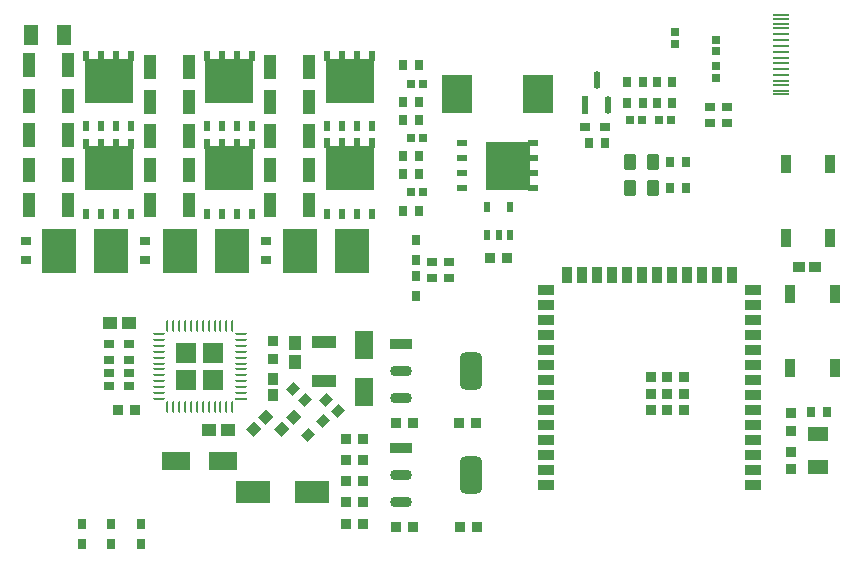
<source format=gtp>
G04*
G04 #@! TF.GenerationSoftware,Altium Limited,Altium Designer,24.0.1 (36)*
G04*
G04 Layer_Color=8421504*
%FSLAX44Y44*%
%MOMM*%
G71*
G04*
G04 #@! TF.SameCoordinates,124752F4-CBEC-4B7B-B6B5-C58268B34DF0*
G04*
G04*
G04 #@! TF.FilePolarity,Positive*
G04*
G01*
G75*
%ADD19R,1.6602X1.6602*%
%ADD20R,0.8000X0.9000*%
%ADD21R,0.9054X0.7554*%
%ADD22R,1.0581X0.9121*%
%ADD23R,1.1000X2.0500*%
%ADD24R,0.6654X0.6725*%
G04:AMPARAMS|DCode=25|XSize=1.3401mm|YSize=0.9401mm|CornerRadius=0.0451mm|HoleSize=0mm|Usage=FLASHONLY|Rotation=90.000|XOffset=0mm|YOffset=0mm|HoleType=Round|Shape=RoundedRectangle|*
%AMROUNDEDRECTD25*
21,1,1.3401,0.8500,0,0,90.0*
21,1,1.2500,0.9401,0,0,90.0*
1,1,0.0901,0.4250,0.6250*
1,1,0.0901,0.4250,-0.6250*
1,1,0.0901,-0.4250,-0.6250*
1,1,0.0901,-0.4250,0.6250*
%
%ADD25ROUNDEDRECTD25*%
%ADD26R,0.7554X0.9054*%
%ADD27R,0.9355X1.6355*%
%ADD28R,1.2602X1.7382*%
%ADD29R,0.9581X0.9121*%
%ADD30R,0.9000X0.8000*%
%ADD31R,0.9544X0.7544*%
G04:AMPARAMS|DCode=32|XSize=1.8596mm|YSize=3.1721mm|CornerRadius=0.437mm|HoleSize=0mm|Usage=FLASHONLY|Rotation=0.000|XOffset=0mm|YOffset=0mm|HoleType=Round|Shape=RoundedRectangle|*
%AMROUNDEDRECTD32*
21,1,1.8596,2.2981,0,0,0.0*
21,1,0.9856,3.1721,0,0,0.0*
1,1,0.8740,0.4928,-1.1490*
1,1,0.8740,-0.4928,-1.1490*
1,1,0.8740,-0.4928,1.1490*
1,1,0.8740,0.4928,1.1490*
%
%ADD32ROUNDEDRECTD32*%
G04:AMPARAMS|DCode=33|XSize=1.8596mm|YSize=0.8721mm|CornerRadius=0.4361mm|HoleSize=0mm|Usage=FLASHONLY|Rotation=0.000|XOffset=0mm|YOffset=0mm|HoleType=Round|Shape=RoundedRectangle|*
%AMROUNDEDRECTD33*
21,1,1.8596,0.0000,0,0,0.0*
21,1,0.9875,0.8721,0,0,0.0*
1,1,0.8721,0.4938,0.0000*
1,1,0.8721,-0.4938,0.0000*
1,1,0.8721,-0.4938,0.0000*
1,1,0.8721,0.4938,0.0000*
%
%ADD33ROUNDEDRECTD33*%
%ADD34R,1.8596X0.8721*%
%ADD35R,2.9208X3.8208*%
%ADD36R,1.4732X0.2932*%
G04:AMPARAMS|DCode=37|XSize=0.2393mm|YSize=1.0096mm|CornerRadius=0.1196mm|HoleSize=0mm|Usage=FLASHONLY|Rotation=180.000|XOffset=0mm|YOffset=0mm|HoleType=Round|Shape=RoundedRectangle|*
%AMROUNDEDRECTD37*
21,1,0.2393,0.7704,0,0,180.0*
21,1,0.0000,1.0096,0,0,180.0*
1,1,0.2393,0.0000,0.3852*
1,1,0.2393,0.0000,0.3852*
1,1,0.2393,0.0000,-0.3852*
1,1,0.2393,0.0000,-0.3852*
%
%ADD37ROUNDEDRECTD37*%
G04:AMPARAMS|DCode=38|XSize=1.0096mm|YSize=0.2393mm|CornerRadius=0.1196mm|HoleSize=0mm|Usage=FLASHONLY|Rotation=180.000|XOffset=0mm|YOffset=0mm|HoleType=Round|Shape=RoundedRectangle|*
%AMROUNDEDRECTD38*
21,1,1.0096,0.0000,0,0,180.0*
21,1,0.7704,0.2393,0,0,180.0*
1,1,0.2393,-0.3852,0.0000*
1,1,0.2393,0.3852,0.0000*
1,1,0.2393,0.3852,0.0000*
1,1,0.2393,-0.3852,0.0000*
%
%ADD38ROUNDEDRECTD38*%
%ADD39R,1.0096X0.2393*%
G04:AMPARAMS|DCode=40|XSize=0.9581mm|YSize=0.9121mm|CornerRadius=0mm|HoleSize=0mm|Usage=FLASHONLY|Rotation=45.000|XOffset=0mm|YOffset=0mm|HoleType=Round|Shape=Rectangle|*
%AMROTATEDRECTD40*
4,1,4,-0.0163,-0.6612,-0.6612,-0.0163,0.0163,0.6612,0.6612,0.0163,-0.0163,-0.6612,0.0*
%
%ADD40ROTATEDRECTD40*%

%ADD41R,0.6725X0.6654*%
%ADD42R,1.1581X1.0121*%
%ADD43R,0.9121X0.9581*%
%ADD44R,1.0121X1.1581*%
%ADD45R,2.0500X1.1000*%
%ADD46R,0.9121X1.0581*%
%ADD47R,4.0385X3.7885*%
%ADD48R,0.4659X0.9659*%
%ADD49R,1.5963X2.3963*%
%ADD50R,2.8770X1.8770*%
%ADD51R,2.5000X3.3000*%
G04:AMPARAMS|DCode=52|XSize=0.9mm|YSize=0.8mm|CornerRadius=0mm|HoleSize=0mm|Usage=FLASHONLY|Rotation=225.000|XOffset=0mm|YOffset=0mm|HoleType=Round|Shape=Rectangle|*
%AMROTATEDRECTD52*
4,1,4,0.0354,0.6010,0.6010,0.0354,-0.0354,-0.6010,-0.6010,-0.0354,0.0354,0.6010,0.0*
%
%ADD52ROTATEDRECTD52*%

%ADD53R,2.3963X1.5963*%
%ADD54R,0.6113X0.8613*%
%ADD55R,3.7885X4.0385*%
%ADD56R,0.9659X0.4659*%
G04:AMPARAMS|DCode=57|XSize=0.9054mm|YSize=0.7554mm|CornerRadius=0mm|HoleSize=0mm|Usage=FLASHONLY|Rotation=45.000|XOffset=0mm|YOffset=0mm|HoleType=Round|Shape=Rectangle|*
%AMROTATEDRECTD57*
4,1,4,-0.0530,-0.5872,-0.5872,-0.0530,0.0530,0.5872,0.5872,0.0530,-0.0530,-0.5872,0.0*
%
%ADD57ROTATEDRECTD57*%

%ADD58R,0.8538X0.8538*%
%ADD59R,1.4424X0.8424*%
%ADD60R,0.8424X1.4424*%
%ADD61R,1.7582X1.3055*%
G04:AMPARAMS|DCode=62|XSize=1.5052mm|YSize=0.5721mm|CornerRadius=0.2861mm|HoleSize=0mm|Usage=FLASHONLY|Rotation=90.000|XOffset=0mm|YOffset=0mm|HoleType=Round|Shape=RoundedRectangle|*
%AMROUNDEDRECTD62*
21,1,1.5052,0.0000,0,0,90.0*
21,1,0.9331,0.5721,0,0,90.0*
1,1,0.5721,0.0000,0.4666*
1,1,0.5721,0.0000,-0.4666*
1,1,0.5721,0.0000,-0.4666*
1,1,0.5721,0.0000,0.4666*
%
%ADD62ROUNDEDRECTD62*%
%ADD63R,0.5721X1.5052*%
D19*
X-201517Y-356484D02*
D03*
X-178483Y-356482D02*
D03*
X-201517Y-379517D02*
D03*
X-178483Y-379518D02*
D03*
D20*
X-7000Y-260500D02*
D03*
Y-277500D02*
D03*
Y-291500D02*
D03*
Y-308500D02*
D03*
X210000Y-127500D02*
D03*
Y-144500D02*
D03*
X197000Y-127500D02*
D03*
Y-144500D02*
D03*
X185000Y-127500D02*
D03*
Y-144500D02*
D03*
X172000Y-127500D02*
D03*
Y-144500D02*
D03*
X-290000Y-501500D02*
D03*
Y-518500D02*
D03*
X-265000Y-501500D02*
D03*
Y-518500D02*
D03*
X-240000Y-501500D02*
D03*
Y-518500D02*
D03*
D21*
X7000Y-292750D02*
D03*
Y-279250D02*
D03*
X21000Y-292750D02*
D03*
Y-279250D02*
D03*
X256000Y-161500D02*
D03*
Y-148000D02*
D03*
X241750Y-161500D02*
D03*
Y-148000D02*
D03*
D22*
X330770Y-284000D02*
D03*
X317230D02*
D03*
D23*
X-130500Y-114000D02*
D03*
X-97500D02*
D03*
X-232500D02*
D03*
X-199500D02*
D03*
X-334500Y-113000D02*
D03*
X-301500D02*
D03*
X-130500Y-201890D02*
D03*
X-97500D02*
D03*
X-130500Y-230890D02*
D03*
X-97500D02*
D03*
X-130500Y-172890D02*
D03*
X-97500D02*
D03*
X-130500Y-143890D02*
D03*
X-97500D02*
D03*
X-232500Y-173000D02*
D03*
X-199500Y-173000D02*
D03*
X-232500Y-144000D02*
D03*
X-199500D02*
D03*
X-232500Y-231000D02*
D03*
X-199500Y-231000D02*
D03*
X-232500Y-202000D02*
D03*
X-199500Y-202000D02*
D03*
X-334500Y-172000D02*
D03*
X-301500Y-172000D02*
D03*
X-334500Y-143000D02*
D03*
X-301500Y-143000D02*
D03*
X-334500Y-231000D02*
D03*
X-301500D02*
D03*
X-334500Y-202000D02*
D03*
X-301500D02*
D03*
D24*
X198964Y-159000D02*
D03*
X209036D02*
D03*
X173964D02*
D03*
X184036D02*
D03*
X-964Y-128500D02*
D03*
X-11036D02*
D03*
Y-220500D02*
D03*
X-964D02*
D03*
X-11036Y-174500D02*
D03*
X-964D02*
D03*
D25*
X174500Y-195000D02*
D03*
X193500D02*
D03*
X174500Y-217000D02*
D03*
X193500D02*
D03*
D26*
X208250Y-195000D02*
D03*
X221750D02*
D03*
X208250Y-217000D02*
D03*
X221750D02*
D03*
X341250Y-406500D02*
D03*
X327750D02*
D03*
X-17750Y-205000D02*
D03*
X-4250D02*
D03*
Y-236000D02*
D03*
X-17750D02*
D03*
X-17750Y-159000D02*
D03*
X-4250D02*
D03*
Y-190000D02*
D03*
X-17750D02*
D03*
X139250Y-179000D02*
D03*
X152750D02*
D03*
X-17750Y-113000D02*
D03*
X-4250D02*
D03*
Y-144000D02*
D03*
X-17750D02*
D03*
D27*
X310000Y-306500D02*
D03*
Y-369500D02*
D03*
X348000Y-306500D02*
D03*
Y-369500D02*
D03*
X306000Y-196500D02*
D03*
Y-259500D02*
D03*
X344000Y-196500D02*
D03*
Y-259500D02*
D03*
D28*
X-304818Y-87000D02*
D03*
X-333182D02*
D03*
D29*
X-24270Y-504000D02*
D03*
X-9730D02*
D03*
X-24270Y-416000D02*
D03*
X-9730D02*
D03*
X29730D02*
D03*
X44270D02*
D03*
X-259540Y-405000D02*
D03*
X-245000D02*
D03*
X30000Y-504000D02*
D03*
X44540D02*
D03*
X-66270Y-429000D02*
D03*
X-51730D02*
D03*
Y-447000D02*
D03*
X-66270D02*
D03*
X-51730Y-501000D02*
D03*
X-66270D02*
D03*
X-51730Y-483000D02*
D03*
X-66270D02*
D03*
X-51730Y-465000D02*
D03*
X-66270D02*
D03*
X55730Y-276000D02*
D03*
X70270D02*
D03*
D30*
X-249500Y-373750D02*
D03*
X-266500D02*
D03*
X-249500Y-384750D02*
D03*
X-266500D02*
D03*
X-249500Y-362750D02*
D03*
X-266500D02*
D03*
X-249500Y-349000D02*
D03*
X-266500D02*
D03*
X136500Y-165000D02*
D03*
X153500D02*
D03*
D31*
X-134000Y-262000D02*
D03*
X-134000Y-278000D02*
D03*
X-236000Y-262000D02*
D03*
X-236000Y-278000D02*
D03*
X-337000Y-262000D02*
D03*
X-337000Y-278000D02*
D03*
D32*
X39762Y-372000D02*
D03*
X39762Y-460000D02*
D03*
D33*
X-19763Y-395000D02*
D03*
Y-372000D02*
D03*
X-19763Y-483000D02*
D03*
Y-460000D02*
D03*
D34*
X-19763Y-349000D02*
D03*
X-19763Y-437000D02*
D03*
D35*
X-265000Y-270000D02*
D03*
X-309000Y-270000D02*
D03*
X-163000Y-270000D02*
D03*
X-207000Y-270000D02*
D03*
X-61000Y-269890D02*
D03*
X-105000Y-269890D02*
D03*
D36*
X302300Y-137400D02*
D03*
Y-134400D02*
D03*
Y-129400D02*
D03*
Y-126400D02*
D03*
Y-121400D02*
D03*
Y-116400D02*
D03*
Y-111400D02*
D03*
Y-106400D02*
D03*
Y-101400D02*
D03*
Y-96400D02*
D03*
Y-91400D02*
D03*
Y-86400D02*
D03*
Y-81400D02*
D03*
Y-78400D02*
D03*
Y-73400D02*
D03*
X302300Y-70399D02*
D03*
D37*
X-162500Y-402513D02*
D03*
X-167500D02*
D03*
X-172500D02*
D03*
X-177500D02*
D03*
X-182500D02*
D03*
X-187500D02*
D03*
X-192500D02*
D03*
X-197500D02*
D03*
X-202500D02*
D03*
X-207500D02*
D03*
X-212500D02*
D03*
X-217500D02*
D03*
X-217500Y-333488D02*
D03*
X-212500D02*
D03*
X-207500D02*
D03*
X-202500D02*
D03*
X-197500D02*
D03*
X-192500D02*
D03*
X-187500D02*
D03*
X-182500D02*
D03*
X-177500D02*
D03*
X-172500D02*
D03*
X-167500D02*
D03*
X-162500D02*
D03*
D38*
X-224512Y-395500D02*
D03*
Y-390500D02*
D03*
Y-385500D02*
D03*
Y-380500D02*
D03*
X-224513Y-375500D02*
D03*
Y-370500D02*
D03*
Y-365500D02*
D03*
X-224512Y-360500D02*
D03*
Y-355500D02*
D03*
Y-350500D02*
D03*
Y-345500D02*
D03*
Y-340500D02*
D03*
X-155487D02*
D03*
Y-345500D02*
D03*
Y-350500D02*
D03*
Y-355500D02*
D03*
Y-360500D02*
D03*
Y-365500D02*
D03*
Y-370500D02*
D03*
Y-375500D02*
D03*
Y-380500D02*
D03*
Y-385500D02*
D03*
Y-390500D02*
D03*
D39*
Y-395500D02*
D03*
D40*
X-109859Y-410859D02*
D03*
X-120141Y-421141D02*
D03*
X-133859Y-410859D02*
D03*
X-144141Y-421141D02*
D03*
D41*
X212000Y-85000D02*
D03*
Y-95071D02*
D03*
X246750Y-101286D02*
D03*
Y-91214D02*
D03*
Y-113714D02*
D03*
Y-123786D02*
D03*
D42*
X-266270Y-331000D02*
D03*
X-249730D02*
D03*
X-166000Y-422000D02*
D03*
X-182540D02*
D03*
D43*
X-128000Y-346730D02*
D03*
Y-361270D02*
D03*
X310500Y-422270D02*
D03*
Y-407730D02*
D03*
Y-440480D02*
D03*
Y-455020D02*
D03*
D44*
X-109000Y-364270D02*
D03*
Y-347730D02*
D03*
D45*
X-85000Y-380500D02*
D03*
Y-347500D02*
D03*
D46*
X-128000Y-391770D02*
D03*
Y-378230D02*
D03*
D47*
X-63000Y-126000D02*
D03*
Y-199890D02*
D03*
X-165000Y-126000D02*
D03*
Y-200000D02*
D03*
X-267000Y-126000D02*
D03*
Y-200000D02*
D03*
D48*
X-82050Y-105190D02*
D03*
X-69350D02*
D03*
X-56650D02*
D03*
X-43950D02*
D03*
Y-164590D02*
D03*
X-56650Y-164590D02*
D03*
X-69350D02*
D03*
X-82050Y-164590D02*
D03*
Y-179080D02*
D03*
X-69350Y-179080D02*
D03*
X-56650D02*
D03*
X-43950Y-179080D02*
D03*
Y-238480D02*
D03*
X-56650Y-238480D02*
D03*
X-69350D02*
D03*
X-82050Y-238480D02*
D03*
X-184050Y-105190D02*
D03*
X-171350D02*
D03*
X-158650D02*
D03*
X-145950D02*
D03*
Y-164590D02*
D03*
X-158650D02*
D03*
X-171350D02*
D03*
X-184050D02*
D03*
Y-179190D02*
D03*
X-171350Y-179190D02*
D03*
X-158650D02*
D03*
X-145950Y-179190D02*
D03*
Y-238590D02*
D03*
X-158650Y-238590D02*
D03*
X-171350D02*
D03*
X-184050Y-238590D02*
D03*
X-286050Y-105190D02*
D03*
X-273350D02*
D03*
X-260650D02*
D03*
X-247950D02*
D03*
Y-164590D02*
D03*
X-260650D02*
D03*
X-273350D02*
D03*
X-286050D02*
D03*
Y-179190D02*
D03*
X-273350Y-179190D02*
D03*
X-260650D02*
D03*
X-247950Y-179190D02*
D03*
Y-238590D02*
D03*
X-260650Y-238590D02*
D03*
X-273350D02*
D03*
X-286050Y-238590D02*
D03*
D49*
X-51000Y-390000D02*
D03*
Y-350000D02*
D03*
D50*
X-145000Y-474000D02*
D03*
X-95000D02*
D03*
D51*
X96500Y-137000D02*
D03*
X27500D02*
D03*
D52*
X-98010Y-426010D02*
D03*
X-85990Y-413990D02*
D03*
D53*
X-170000Y-448000D02*
D03*
X-210000D02*
D03*
D54*
X53500Y-257000D02*
D03*
X63000D02*
D03*
X72500D02*
D03*
Y-233000D02*
D03*
X53500D02*
D03*
D55*
X71000Y-198000D02*
D03*
D56*
X91810Y-178950D02*
D03*
Y-191650D02*
D03*
Y-204350D02*
D03*
Y-217050D02*
D03*
X32410D02*
D03*
X32410Y-204350D02*
D03*
Y-191650D02*
D03*
X32410Y-178950D02*
D03*
D57*
X-82773Y-396227D02*
D03*
X-73227Y-405773D02*
D03*
X-101227Y-396773D02*
D03*
X-110773Y-387227D02*
D03*
D58*
X206000Y-391000D02*
D03*
X220000Y-391000D02*
D03*
X192000D02*
D03*
X220000Y-377000D02*
D03*
X206000D02*
D03*
X192000D02*
D03*
X220000Y-405000D02*
D03*
X206000Y-405000D02*
D03*
X192000D02*
D03*
D59*
X278500Y-468200D02*
D03*
X278500Y-455500D02*
D03*
X278500Y-442800D02*
D03*
Y-430100D02*
D03*
Y-417400D02*
D03*
Y-404700D02*
D03*
Y-392000D02*
D03*
Y-379300D02*
D03*
Y-366600D02*
D03*
Y-353900D02*
D03*
Y-341200D02*
D03*
Y-328500D02*
D03*
X278500Y-315800D02*
D03*
X278500Y-303100D02*
D03*
X103500Y-303100D02*
D03*
Y-315800D02*
D03*
Y-328500D02*
D03*
X103500Y-341200D02*
D03*
Y-353900D02*
D03*
X103500Y-366600D02*
D03*
Y-379300D02*
D03*
Y-392000D02*
D03*
X103500Y-404700D02*
D03*
X103500Y-417400D02*
D03*
X103500Y-430100D02*
D03*
Y-442800D02*
D03*
Y-455500D02*
D03*
Y-468200D02*
D03*
D60*
X260850Y-290600D02*
D03*
X248150D02*
D03*
X235450D02*
D03*
X222750Y-290600D02*
D03*
X210050Y-290600D02*
D03*
X197350D02*
D03*
X184650D02*
D03*
X171950D02*
D03*
X159250D02*
D03*
X146550D02*
D03*
X133850D02*
D03*
X121150D02*
D03*
D61*
X333750Y-425236D02*
D03*
Y-452764D02*
D03*
D62*
X146000Y-124995D02*
D03*
X155500Y-147005D02*
D03*
D63*
X136500D02*
D03*
M02*

</source>
